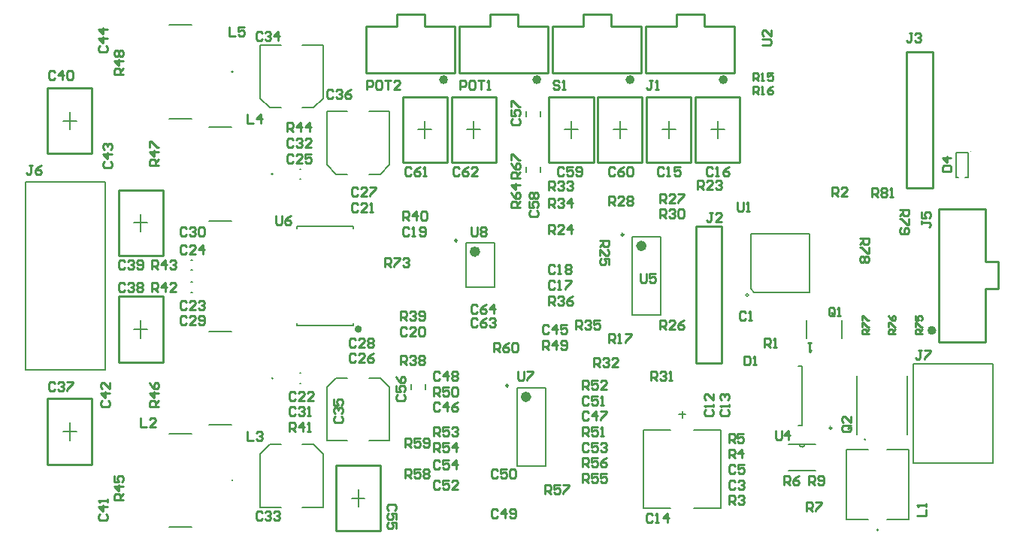
<source format=gto>
G04 Layer_Color=65535*
%FSLAX25Y25*%
%MOIN*%
G70*
G01*
G75*
%ADD33C,0.02000*%
%ADD35C,0.01000*%
%ADD39C,0.01500*%
%ADD42C,0.00984*%
%ADD62C,0.00600*%
%ADD63C,0.02362*%
%ADD64C,0.00394*%
%ADD65C,0.00800*%
%ADD66C,0.00787*%
%ADD67C,0.00669*%
D33*
X403054Y94025D02*
G03*
X403054Y94025I-1000J0D01*
G01*
X269180Y205204D02*
G03*
X269180Y205204I-1000J0D01*
G01*
X186502D02*
G03*
X186502Y205204I-1000J0D01*
G01*
X227841D02*
G03*
X227841Y205204I-1000J0D01*
G01*
X310518D02*
G03*
X310518Y205204I-1000J0D01*
G01*
D35*
X188976Y197638D02*
X208661D01*
X188976Y168504D02*
X208661D01*
X188976D02*
Y197638D01*
X208661Y168504D02*
Y197638D01*
X167323D02*
X187008D01*
X167323Y168504D02*
X187008D01*
X167323D02*
Y197638D01*
X187008Y168504D02*
Y197638D01*
X253937Y168504D02*
X273622D01*
X253937Y197638D02*
X273622D01*
Y168504D02*
Y197638D01*
X253937Y168504D02*
Y197638D01*
X232283D02*
X251969D01*
X232283Y168504D02*
X251969D01*
X232283D02*
Y197638D01*
X251969Y168504D02*
Y197638D01*
X137795Y34252D02*
X157480D01*
X137795Y5118D02*
X157480D01*
X137795D02*
Y34252D01*
X157480Y5118D02*
Y34252D01*
X9843Y201575D02*
X29528D01*
X9843Y172441D02*
X29528D01*
X9843D02*
Y201575D01*
X29528Y172441D02*
Y201575D01*
X41339Y156299D02*
X61024D01*
X41339Y127165D02*
X61024D01*
X41339D02*
Y156299D01*
X61024Y127165D02*
Y156299D01*
X41339Y109055D02*
X61024D01*
X41339Y79921D02*
X61024D01*
X41339D02*
Y109055D01*
X61024Y79921D02*
Y109055D01*
X9843Y63779D02*
X29528D01*
X9843Y34646D02*
X29528D01*
X9843D02*
Y63779D01*
X29528Y34646D02*
Y63779D01*
X297244Y168504D02*
X316929D01*
X297244Y197638D02*
X316929D01*
Y168504D02*
Y197638D01*
X297244Y168504D02*
Y197638D01*
X275590Y168504D02*
X295276D01*
X275590Y197638D02*
X295276D01*
Y168504D02*
Y197638D01*
X275590Y168504D02*
Y197638D01*
X402461Y157185D02*
Y217618D01*
X390846Y157185D02*
X402461D01*
X390846D02*
Y217618D01*
Y217657D02*
X402461D01*
X297342Y79626D02*
Y140059D01*
X308957D01*
Y79626D02*
Y140059D01*
X297342Y79587D02*
X308957D01*
X431354Y112425D02*
Y124425D01*
X405054Y147925D02*
X425854D01*
X405054Y88925D02*
X425854D01*
X405054D02*
Y147925D01*
X425854Y88925D02*
Y112425D01*
X431354D01*
X425854Y124425D02*
Y147925D01*
Y124425D02*
X431354D01*
Y112425D02*
Y124425D01*
X273280Y208204D02*
Y229004D01*
X233780Y208204D02*
X273280D01*
X247579Y234304D02*
X259580D01*
X247580D02*
X259680D01*
Y229004D02*
Y234304D01*
X259780Y229004D02*
X273280D01*
X233780Y208204D02*
Y229004D01*
X247580D02*
Y234304D01*
X233780Y229004D02*
X247580D01*
X190603Y208204D02*
Y229004D01*
X151102Y208204D02*
X190603D01*
X164902Y234304D02*
X176902D01*
X164902D02*
X177002D01*
Y229004D02*
Y234304D01*
X177102Y229004D02*
X190603D01*
X151102Y208204D02*
Y229004D01*
X164902D02*
Y234304D01*
X151102Y229004D02*
X164902D01*
X231941Y208204D02*
Y229004D01*
X192441Y208204D02*
X231941D01*
X206241Y234304D02*
X218241D01*
X206241D02*
X218341D01*
Y229004D02*
Y234304D01*
X218441Y229004D02*
X231941D01*
X192441Y208204D02*
Y229004D01*
X206241D02*
Y234304D01*
X192441Y229004D02*
X206241D01*
X314618Y208204D02*
Y229004D01*
X275118Y208204D02*
X314618D01*
X288918Y234304D02*
X300918D01*
X288918D02*
X301018D01*
Y229004D02*
Y234304D01*
X301118Y229004D02*
X314618D01*
X275118Y208204D02*
Y229004D01*
X288918D02*
Y234304D01*
X275118Y229004D02*
X288918D01*
X319553Y101705D02*
X318897Y102361D01*
X317585D01*
X316929Y101705D01*
Y99081D01*
X317585Y98425D01*
X318897D01*
X319553Y99081D01*
X320865Y98425D02*
X322177D01*
X321521D01*
Y102361D01*
X320865Y101705D01*
X314674Y26954D02*
X314007Y27621D01*
X312674D01*
X312008Y26954D01*
Y24288D01*
X312674Y23622D01*
X314007D01*
X314674Y24288D01*
X316007Y26954D02*
X316673Y27621D01*
X318006D01*
X318672Y26954D01*
Y26288D01*
X318006Y25621D01*
X317339D01*
X318006D01*
X318672Y24955D01*
Y24288D01*
X318006Y23622D01*
X316673D01*
X316007Y24288D01*
X314674Y33844D02*
X314007Y34510D01*
X312674D01*
X312008Y33844D01*
Y31178D01*
X312674Y30512D01*
X314007D01*
X314674Y31178D01*
X318672Y34510D02*
X316007D01*
Y32511D01*
X317339Y33178D01*
X318006D01*
X318672Y32511D01*
Y31178D01*
X318006Y30512D01*
X316673D01*
X316007Y31178D01*
X301838Y58726D02*
X301182Y58070D01*
Y56758D01*
X301838Y56102D01*
X304462D01*
X305118Y56758D01*
Y58070D01*
X304462Y58726D01*
X305118Y60038D02*
Y61350D01*
Y60694D01*
X301182D01*
X301838Y60038D01*
X305118Y65942D02*
Y63318D01*
X302494Y65942D01*
X301838D01*
X301182Y65286D01*
Y63974D01*
X301838Y63318D01*
X308728Y58726D02*
X308072Y58070D01*
Y56758D01*
X308728Y56102D01*
X311352D01*
X312008Y56758D01*
Y58070D01*
X311352Y58726D01*
X312008Y60038D02*
Y61350D01*
Y60694D01*
X308072D01*
X308728Y60038D01*
Y63318D02*
X308072Y63974D01*
Y65286D01*
X308728Y65942D01*
X309384D01*
X310040Y65286D01*
Y64630D01*
Y65286D01*
X310696Y65942D01*
X311352D01*
X312008Y65286D01*
Y63974D01*
X311352Y63318D01*
X278214Y12138D02*
X277558Y12794D01*
X276247D01*
X275590Y12138D01*
Y9514D01*
X276247Y8858D01*
X277558D01*
X278214Y9514D01*
X279526Y8858D02*
X280838D01*
X280182D01*
Y12794D01*
X279526Y12138D01*
X284774Y8858D02*
Y12794D01*
X282806Y10826D01*
X285430D01*
X283178Y165734D02*
X282511Y166400D01*
X281178D01*
X280512Y165734D01*
Y163068D01*
X281178Y162402D01*
X282511D01*
X283178Y163068D01*
X284510Y162402D02*
X285843D01*
X285177D01*
Y166400D01*
X284510Y165734D01*
X290509Y166400D02*
X287843D01*
Y164401D01*
X289176Y165067D01*
X289842D01*
X290509Y164401D01*
Y163068D01*
X289842Y162402D01*
X288509D01*
X287843Y163068D01*
X304831Y165734D02*
X304165Y166400D01*
X302832D01*
X302165Y165734D01*
Y163068D01*
X302832Y162402D01*
X304165D01*
X304831Y163068D01*
X306164Y162402D02*
X307497D01*
X306831D01*
Y166400D01*
X306164Y165734D01*
X312162Y166400D02*
X310829Y165734D01*
X309496Y164401D01*
Y163068D01*
X310163Y162402D01*
X311496D01*
X312162Y163068D01*
Y163734D01*
X311496Y164401D01*
X309496D01*
X234949Y115537D02*
X234283Y116203D01*
X232950D01*
X232283Y115537D01*
Y112871D01*
X232950Y112205D01*
X234283D01*
X234949Y112871D01*
X236282Y112205D02*
X237615D01*
X236949D01*
Y116203D01*
X236282Y115537D01*
X239614Y116203D02*
X242280D01*
Y115537D01*
X239614Y112871D01*
Y112205D01*
X234902Y122427D02*
X234236Y123093D01*
X232903D01*
X232236Y122427D01*
Y119761D01*
X232903Y119095D01*
X234236D01*
X234902Y119761D01*
X236235Y119095D02*
X237568D01*
X236901D01*
Y123093D01*
X236235Y122427D01*
X239567D02*
X240234Y123093D01*
X241566D01*
X242233Y122427D01*
Y121760D01*
X241566Y121094D01*
X242233Y120427D01*
Y119761D01*
X241566Y119095D01*
X240234D01*
X239567Y119761D01*
Y120427D01*
X240234Y121094D01*
X239567Y121760D01*
Y122427D01*
X240234Y121094D02*
X241566D01*
X169989Y139159D02*
X169322Y139825D01*
X167989D01*
X167323Y139159D01*
Y136493D01*
X167989Y135827D01*
X169322D01*
X169989Y136493D01*
X171321Y135827D02*
X172654D01*
X171988D01*
Y139825D01*
X171321Y139159D01*
X174654Y136493D02*
X175320Y135827D01*
X176653D01*
X177320Y136493D01*
Y139159D01*
X176653Y139825D01*
X175320D01*
X174654Y139159D01*
Y138493D01*
X175320Y137826D01*
X177320D01*
X169004Y94868D02*
X168338Y95534D01*
X167005D01*
X166339Y94868D01*
Y92202D01*
X167005Y91535D01*
X168338D01*
X169004Y92202D01*
X173003Y91535D02*
X170337D01*
X173003Y94201D01*
Y94868D01*
X172337Y95534D01*
X171004D01*
X170337Y94868D01*
X174336D02*
X175002Y95534D01*
X176335D01*
X177002Y94868D01*
Y92202D01*
X176335Y91535D01*
X175002D01*
X174336Y92202D01*
Y94868D01*
X147351Y149986D02*
X146684Y150652D01*
X145352D01*
X144685Y149986D01*
Y147320D01*
X145352Y146653D01*
X146684D01*
X147351Y147320D01*
X151349Y146653D02*
X148684D01*
X151349Y149319D01*
Y149986D01*
X150683Y150652D01*
X149350D01*
X148684Y149986D01*
X152682Y146653D02*
X154015D01*
X153349D01*
Y150652D01*
X152682Y149986D01*
X119792Y66324D02*
X119125Y66991D01*
X117792D01*
X117126Y66324D01*
Y63659D01*
X117792Y62992D01*
X119125D01*
X119792Y63659D01*
X123791Y62992D02*
X121125D01*
X123791Y65658D01*
Y66324D01*
X123124Y66991D01*
X121791D01*
X121125Y66324D01*
X127789Y62992D02*
X125123D01*
X127789Y65658D01*
Y66324D01*
X127123Y66991D01*
X125790D01*
X125123Y66324D01*
X71563Y106679D02*
X70897Y107345D01*
X69564D01*
X68898Y106679D01*
Y104013D01*
X69564Y103347D01*
X70897D01*
X71563Y104013D01*
X75562Y103347D02*
X72896D01*
X75562Y106012D01*
Y106679D01*
X74896Y107345D01*
X73563D01*
X72896Y106679D01*
X76895D02*
X77561Y107345D01*
X78894D01*
X79561Y106679D01*
Y106012D01*
X78894Y105346D01*
X78228D01*
X78894D01*
X79561Y104679D01*
Y104013D01*
X78894Y103347D01*
X77561D01*
X76895Y104013D01*
X71563Y131285D02*
X70897Y131951D01*
X69564D01*
X68898Y131285D01*
Y128619D01*
X69564Y127953D01*
X70897D01*
X71563Y128619D01*
X75562Y127953D02*
X72896D01*
X75562Y130619D01*
Y131285D01*
X74896Y131951D01*
X73563D01*
X72896Y131285D01*
X78894Y127953D02*
Y131951D01*
X76895Y129952D01*
X79561D01*
X118807Y171639D02*
X118141Y172306D01*
X116808D01*
X116142Y171639D01*
Y168974D01*
X116808Y168307D01*
X118141D01*
X118807Y168974D01*
X122806Y168307D02*
X120140D01*
X122806Y170973D01*
Y171639D01*
X122140Y172306D01*
X120807D01*
X120140Y171639D01*
X126805Y172306D02*
X124139D01*
Y170306D01*
X125472Y170973D01*
X126138D01*
X126805Y170306D01*
Y168974D01*
X126138Y168307D01*
X124806D01*
X124139Y168974D01*
X146367Y83057D02*
X145700Y83723D01*
X144367D01*
X143701Y83057D01*
Y80391D01*
X144367Y79724D01*
X145700D01*
X146367Y80391D01*
X150365Y79724D02*
X147699D01*
X150365Y82390D01*
Y83057D01*
X149699Y83723D01*
X148366D01*
X147699Y83057D01*
X154364Y83723D02*
X153031Y83057D01*
X151698Y81724D01*
Y80391D01*
X152365Y79724D01*
X153698D01*
X154364Y80391D01*
Y81057D01*
X153698Y81724D01*
X151698D01*
X147351Y156876D02*
X146684Y157542D01*
X145352D01*
X144685Y156876D01*
Y154210D01*
X145352Y153543D01*
X146684D01*
X147351Y154210D01*
X151349Y153543D02*
X148684D01*
X151349Y156209D01*
Y156876D01*
X150683Y157542D01*
X149350D01*
X148684Y156876D01*
X152682Y157542D02*
X155348D01*
Y156876D01*
X152682Y154210D01*
Y153543D01*
X146367Y89946D02*
X145700Y90613D01*
X144367D01*
X143701Y89946D01*
Y87281D01*
X144367Y86614D01*
X145700D01*
X146367Y87281D01*
X150365Y86614D02*
X147699D01*
X150365Y89280D01*
Y89946D01*
X149699Y90613D01*
X148366D01*
X147699Y89946D01*
X151698D02*
X152365Y90613D01*
X153698D01*
X154364Y89946D01*
Y89280D01*
X153698Y88613D01*
X154364Y87947D01*
Y87281D01*
X153698Y86614D01*
X152365D01*
X151698Y87281D01*
Y87947D01*
X152365Y88613D01*
X151698Y89280D01*
Y89946D01*
X152365Y88613D02*
X153698D01*
X71563Y99789D02*
X70897Y100455D01*
X69564D01*
X68898Y99789D01*
Y97123D01*
X69564Y96457D01*
X70897D01*
X71563Y97123D01*
X75562Y96457D02*
X72896D01*
X75562Y99123D01*
Y99789D01*
X74896Y100455D01*
X73563D01*
X72896Y99789D01*
X76895Y97123D02*
X77561Y96457D01*
X78894D01*
X79561Y97123D01*
Y99789D01*
X78894Y100455D01*
X77561D01*
X76895Y99789D01*
Y99123D01*
X77561Y98456D01*
X79561D01*
X71563Y139159D02*
X70897Y139825D01*
X69564D01*
X68898Y139159D01*
Y136493D01*
X69564Y135827D01*
X70897D01*
X71563Y136493D01*
X72896Y139159D02*
X73563Y139825D01*
X74896D01*
X75562Y139159D01*
Y138493D01*
X74896Y137826D01*
X74229D01*
X74896D01*
X75562Y137160D01*
Y136493D01*
X74896Y135827D01*
X73563D01*
X72896Y136493D01*
X76895Y139159D02*
X77561Y139825D01*
X78894D01*
X79561Y139159D01*
Y136493D01*
X78894Y135827D01*
X77561D01*
X76895Y136493D01*
Y139159D01*
X119792Y59435D02*
X119125Y60101D01*
X117792D01*
X117126Y59435D01*
Y56769D01*
X117792Y56102D01*
X119125D01*
X119792Y56769D01*
X121125Y59435D02*
X121791Y60101D01*
X123124D01*
X123791Y59435D01*
Y58768D01*
X123124Y58102D01*
X122458D01*
X123124D01*
X123791Y57435D01*
Y56769D01*
X123124Y56102D01*
X121791D01*
X121125Y56769D01*
X125123Y56102D02*
X126456D01*
X125790D01*
Y60101D01*
X125123Y59435D01*
X118807Y178529D02*
X118141Y179196D01*
X116808D01*
X116142Y178529D01*
Y175863D01*
X116808Y175197D01*
X118141D01*
X118807Y175863D01*
X120140Y178529D02*
X120807Y179196D01*
X122140D01*
X122806Y178529D01*
Y177863D01*
X122140Y177196D01*
X121473D01*
X122140D01*
X122806Y176530D01*
Y175863D01*
X122140Y175197D01*
X120807D01*
X120140Y175863D01*
X126805Y175197D02*
X124139D01*
X126805Y177863D01*
Y178529D01*
X126138Y179196D01*
X124806D01*
X124139Y178529D01*
X104986Y13122D02*
X104330Y13778D01*
X103018D01*
X102362Y13122D01*
Y10498D01*
X103018Y9843D01*
X104330D01*
X104986Y10498D01*
X106298Y13122D02*
X106954Y13778D01*
X108266D01*
X108922Y13122D01*
Y12466D01*
X108266Y11810D01*
X107610D01*
X108266D01*
X108922Y11154D01*
Y10498D01*
X108266Y9843D01*
X106954D01*
X106298Y10498D01*
X110234Y13122D02*
X110890Y13778D01*
X112201D01*
X112857Y13122D01*
Y12466D01*
X112201Y11810D01*
X111546D01*
X112201D01*
X112857Y11154D01*
Y10498D01*
X112201Y9843D01*
X110890D01*
X110234Y10498D01*
X104986Y225721D02*
X104330Y226377D01*
X103018D01*
X102362Y225721D01*
Y223097D01*
X103018Y222441D01*
X104330D01*
X104986Y223097D01*
X106298Y225721D02*
X106954Y226377D01*
X108266D01*
X108922Y225721D01*
Y225065D01*
X108266Y224409D01*
X107610D01*
X108266D01*
X108922Y223753D01*
Y223097D01*
X108266Y222441D01*
X106954D01*
X106298Y223097D01*
X112201Y222441D02*
Y226377D01*
X110234Y224409D01*
X112857D01*
X137468Y55773D02*
X136812Y55117D01*
Y53806D01*
X137468Y53150D01*
X140092D01*
X140748Y53806D01*
Y55117D01*
X140092Y55773D01*
X137468Y57085D02*
X136812Y57741D01*
Y59053D01*
X137468Y59709D01*
X138124D01*
X138780Y59053D01*
Y58397D01*
Y59053D01*
X139436Y59709D01*
X140092D01*
X140748Y59053D01*
Y57741D01*
X140092Y57085D01*
X136812Y63645D02*
Y61021D01*
X138780D01*
X138124Y62333D01*
Y62989D01*
X138780Y63645D01*
X140092D01*
X140748Y62989D01*
Y61677D01*
X140092Y61021D01*
X136482Y200130D02*
X135826Y200786D01*
X134514D01*
X133858Y200130D01*
Y197506D01*
X134514Y196850D01*
X135826D01*
X136482Y197506D01*
X137794Y200130D02*
X138450Y200786D01*
X139762D01*
X140418Y200130D01*
Y199474D01*
X139762Y198818D01*
X139106D01*
X139762D01*
X140418Y198162D01*
Y197506D01*
X139762Y196850D01*
X138450D01*
X137794Y197506D01*
X144354Y200786D02*
X143042Y200130D01*
X141730Y198818D01*
Y197506D01*
X142386Y196850D01*
X143698D01*
X144354Y197506D01*
Y198162D01*
X143698Y198818D01*
X141730D01*
X12992Y70601D02*
X12325Y71267D01*
X10992D01*
X10326Y70601D01*
Y67935D01*
X10992Y67269D01*
X12325D01*
X12992Y67935D01*
X14325Y70601D02*
X14991Y71267D01*
X16324D01*
X16991Y70601D01*
Y69934D01*
X16324Y69268D01*
X15658D01*
X16324D01*
X16991Y68601D01*
Y67935D01*
X16324Y67269D01*
X14991D01*
X14325Y67935D01*
X18323Y71267D02*
X20989D01*
Y70601D01*
X18323Y67935D01*
Y67269D01*
X44004Y114553D02*
X43338Y115219D01*
X42005D01*
X41339Y114553D01*
Y111887D01*
X42005Y111221D01*
X43338D01*
X44004Y111887D01*
X45337Y114553D02*
X46004Y115219D01*
X47337D01*
X48003Y114553D01*
Y113886D01*
X47337Y113220D01*
X46670D01*
X47337D01*
X48003Y112553D01*
Y111887D01*
X47337Y111221D01*
X46004D01*
X45337Y111887D01*
X49336Y114553D02*
X50002Y115219D01*
X51335D01*
X52002Y114553D01*
Y113886D01*
X51335Y113220D01*
X52002Y112553D01*
Y111887D01*
X51335Y111221D01*
X50002D01*
X49336Y111887D01*
Y112553D01*
X50002Y113220D01*
X49336Y113886D01*
Y114553D01*
X50002Y113220D02*
X51335D01*
X44004Y124395D02*
X43338Y125062D01*
X42005D01*
X41339Y124395D01*
Y121729D01*
X42005Y121063D01*
X43338D01*
X44004Y121729D01*
X45337Y124395D02*
X46004Y125062D01*
X47337D01*
X48003Y124395D01*
Y123729D01*
X47337Y123062D01*
X46670D01*
X47337D01*
X48003Y122396D01*
Y121729D01*
X47337Y121063D01*
X46004D01*
X45337Y121729D01*
X49336D02*
X50002Y121063D01*
X51335D01*
X52002Y121729D01*
Y124395D01*
X51335Y125062D01*
X50002D01*
X49336Y124395D01*
Y123729D01*
X50002Y123062D01*
X52002D01*
X12992Y208364D02*
X12325Y209030D01*
X10992D01*
X10326Y208364D01*
Y205698D01*
X10992Y205031D01*
X12325D01*
X12992Y205698D01*
X16324Y205031D02*
Y209030D01*
X14325Y207031D01*
X16991D01*
X18323Y208364D02*
X18990Y209030D01*
X20323D01*
X20989Y208364D01*
Y205698D01*
X20323Y205031D01*
X18990D01*
X18323Y205698D01*
Y208364D01*
X33085Y12508D02*
X32419Y11842D01*
Y10509D01*
X33085Y9843D01*
X35751D01*
X36417Y10509D01*
Y11842D01*
X35751Y12508D01*
X36417Y15841D02*
X32419D01*
X34418Y13841D01*
Y16507D01*
X36417Y17840D02*
Y19173D01*
Y18506D01*
X32419D01*
X33085Y17840D01*
X34069Y62705D02*
X33403Y62039D01*
Y60706D01*
X34069Y60039D01*
X36735D01*
X37402Y60706D01*
Y62039D01*
X36735Y62705D01*
X37402Y66037D02*
X33403D01*
X35402Y64038D01*
Y66704D01*
X37402Y70703D02*
Y68037D01*
X34736Y70703D01*
X34069D01*
X33403Y70036D01*
Y68703D01*
X34069Y68037D01*
X35054Y169004D02*
X34387Y168338D01*
Y167005D01*
X35054Y166339D01*
X37719D01*
X38386Y167005D01*
Y168338D01*
X37719Y169004D01*
X38386Y172337D02*
X34387D01*
X36386Y170337D01*
Y173003D01*
X35054Y174336D02*
X34387Y175002D01*
Y176335D01*
X35054Y177002D01*
X35720D01*
X36386Y176335D01*
Y175669D01*
Y176335D01*
X37053Y177002D01*
X37719D01*
X38386Y176335D01*
Y175002D01*
X37719Y174336D01*
X33085Y220185D02*
X32419Y219519D01*
Y218186D01*
X33085Y217520D01*
X35751D01*
X36417Y218186D01*
Y219519D01*
X35751Y220185D01*
X36417Y223518D02*
X32419D01*
X34418Y221518D01*
Y224184D01*
X36417Y227517D02*
X32419D01*
X34418Y225517D01*
Y228183D01*
X231996Y95852D02*
X231330Y96518D01*
X229997D01*
X229331Y95852D01*
Y93186D01*
X229997Y92520D01*
X231330D01*
X231996Y93186D01*
X235329Y92520D02*
Y96518D01*
X233329Y94519D01*
X235995D01*
X239994Y96518D02*
X237328D01*
Y94519D01*
X238661Y95186D01*
X239328D01*
X239994Y94519D01*
Y93186D01*
X239328Y92520D01*
X237995D01*
X237328Y93186D01*
X183768Y61403D02*
X183102Y62070D01*
X181769D01*
X181102Y61403D01*
Y58737D01*
X181769Y58071D01*
X183102D01*
X183768Y58737D01*
X187100Y58071D02*
Y62070D01*
X185101Y60070D01*
X187767D01*
X191766Y62070D02*
X190433Y61403D01*
X189100Y60070D01*
Y58737D01*
X189766Y58071D01*
X191099D01*
X191766Y58737D01*
Y59404D01*
X191099Y60070D01*
X189100D01*
X249713Y57466D02*
X249047Y58133D01*
X247714D01*
X247047Y57466D01*
Y54800D01*
X247714Y54134D01*
X249047D01*
X249713Y54800D01*
X253045Y54134D02*
Y58133D01*
X251046Y56133D01*
X253712D01*
X255045Y58133D02*
X257711D01*
Y57466D01*
X255045Y54800D01*
Y54134D01*
X183768Y75183D02*
X183102Y75849D01*
X181769D01*
X181102Y75183D01*
Y72517D01*
X181769Y71850D01*
X183102D01*
X183768Y72517D01*
X187100Y71850D02*
Y75849D01*
X185101Y73850D01*
X187767D01*
X189100Y75183D02*
X189766Y75849D01*
X191099D01*
X191766Y75183D01*
Y74516D01*
X191099Y73850D01*
X191766Y73183D01*
Y72517D01*
X191099Y71850D01*
X189766D01*
X189100Y72517D01*
Y73183D01*
X189766Y73850D01*
X189100Y74516D01*
Y75183D01*
X189766Y73850D02*
X191099D01*
X209359Y14159D02*
X208692Y14826D01*
X207359D01*
X206693Y14159D01*
Y11493D01*
X207359Y10827D01*
X208692D01*
X209359Y11493D01*
X212691Y10827D02*
Y14826D01*
X210692Y12826D01*
X213357D01*
X214690Y11493D02*
X215357Y10827D01*
X216690D01*
X217356Y11493D01*
Y14159D01*
X216690Y14826D01*
X215357D01*
X214690Y14159D01*
Y13493D01*
X215357Y12826D01*
X217356D01*
X209359Y31876D02*
X208692Y32542D01*
X207359D01*
X206693Y31876D01*
Y29210D01*
X207359Y28543D01*
X208692D01*
X209359Y29210D01*
X213357Y32542D02*
X210692D01*
Y30543D01*
X212024Y31209D01*
X212691D01*
X213357Y30543D01*
Y29210D01*
X212691Y28543D01*
X211358D01*
X210692Y29210D01*
X214690Y31876D02*
X215357Y32542D01*
X216690D01*
X217356Y31876D01*
Y29210D01*
X216690Y28543D01*
X215357D01*
X214690Y29210D01*
Y31876D01*
X249713Y64356D02*
X249047Y65022D01*
X247714D01*
X247047Y64356D01*
Y61690D01*
X247714Y61024D01*
X249047D01*
X249713Y61690D01*
X253712Y65022D02*
X251046D01*
Y63023D01*
X252379Y63689D01*
X253045D01*
X253712Y63023D01*
Y61690D01*
X253045Y61024D01*
X251712D01*
X251046Y61690D01*
X255045Y61024D02*
X256378D01*
X255711D01*
Y65022D01*
X255045Y64356D01*
X183768Y26954D02*
X183102Y27621D01*
X181769D01*
X181102Y26954D01*
Y24288D01*
X181769Y23622D01*
X183102D01*
X183768Y24288D01*
X187767Y27621D02*
X185101D01*
Y25621D01*
X186434Y26288D01*
X187100D01*
X187767Y25621D01*
Y24288D01*
X187100Y23622D01*
X185767D01*
X185101Y24288D01*
X191766Y23622D02*
X189100D01*
X191766Y26288D01*
Y26954D01*
X191099Y27621D01*
X189766D01*
X189100Y26954D01*
X249713Y43687D02*
X249047Y44353D01*
X247714D01*
X247047Y43687D01*
Y41021D01*
X247714Y40354D01*
X249047D01*
X249713Y41021D01*
X253712Y44353D02*
X251046D01*
Y42354D01*
X252379Y43020D01*
X253045D01*
X253712Y42354D01*
Y41021D01*
X253045Y40354D01*
X251712D01*
X251046Y41021D01*
X255045Y43687D02*
X255711Y44353D01*
X257044D01*
X257711Y43687D01*
Y43020D01*
X257044Y42354D01*
X256378D01*
X257044D01*
X257711Y41687D01*
Y41021D01*
X257044Y40354D01*
X255711D01*
X255045Y41021D01*
X183768Y35813D02*
X183102Y36479D01*
X181769D01*
X181102Y35813D01*
Y33147D01*
X181769Y32480D01*
X183102D01*
X183768Y33147D01*
X187767Y36479D02*
X185101D01*
Y34480D01*
X186434Y35146D01*
X187100D01*
X187767Y34480D01*
Y33147D01*
X187100Y32480D01*
X185767D01*
X185101Y33147D01*
X191099Y32480D02*
Y36479D01*
X189100Y34480D01*
X191766D01*
X163765Y14066D02*
X164432Y14733D01*
Y16066D01*
X163765Y16732D01*
X161100D01*
X160433Y16066D01*
Y14733D01*
X161100Y14066D01*
X164432Y10068D02*
Y12734D01*
X162432D01*
X163099Y11401D01*
Y10734D01*
X162432Y10068D01*
X161100D01*
X160433Y10734D01*
Y12067D01*
X161100Y12734D01*
X164432Y6069D02*
Y8735D01*
X162432D01*
X163099Y7402D01*
Y6735D01*
X162432Y6069D01*
X161100D01*
X160433Y6735D01*
Y8068D01*
X161100Y8735D01*
X164975Y65658D02*
X164308Y64991D01*
Y63659D01*
X164975Y62992D01*
X167641D01*
X168307Y63659D01*
Y64991D01*
X167641Y65658D01*
X164308Y69657D02*
Y66991D01*
X166308D01*
X165641Y68324D01*
Y68990D01*
X166308Y69657D01*
X167641D01*
X168307Y68990D01*
Y67657D01*
X167641Y66991D01*
X164308Y73655D02*
X164975Y72322D01*
X166308Y70990D01*
X167641D01*
X168307Y71656D01*
Y72989D01*
X167641Y73655D01*
X166974D01*
X166308Y72989D01*
Y70990D01*
X216156Y187705D02*
X215490Y187039D01*
Y185706D01*
X216156Y185039D01*
X218822D01*
X219488Y185706D01*
Y187039D01*
X218822Y187705D01*
X215490Y191704D02*
Y189038D01*
X217489D01*
X216822Y190371D01*
Y191037D01*
X217489Y191704D01*
X218822D01*
X219488Y191037D01*
Y189705D01*
X218822Y189038D01*
X215490Y193037D02*
Y195703D01*
X216156D01*
X218822Y193037D01*
X219488D01*
X224030Y147351D02*
X223363Y146684D01*
Y145352D01*
X224030Y144685D01*
X226696D01*
X227362Y145352D01*
Y146684D01*
X226696Y147351D01*
X223363Y151349D02*
Y148684D01*
X225363D01*
X224696Y150017D01*
Y150683D01*
X225363Y151349D01*
X226696D01*
X227362Y150683D01*
Y149350D01*
X226696Y148684D01*
X224030Y152682D02*
X223363Y153349D01*
Y154682D01*
X224030Y155348D01*
X224696D01*
X225363Y154682D01*
X226029Y155348D01*
X226696D01*
X227362Y154682D01*
Y153349D01*
X226696Y152682D01*
X226029D01*
X225363Y153349D01*
X224696Y152682D01*
X224030D01*
X225363Y153349D02*
Y154682D01*
X238886Y165734D02*
X238220Y166400D01*
X236887D01*
X236221Y165734D01*
Y163068D01*
X236887Y162402D01*
X238220D01*
X238886Y163068D01*
X242885Y166400D02*
X240219D01*
Y164401D01*
X241552Y165067D01*
X242218D01*
X242885Y164401D01*
Y163068D01*
X242218Y162402D01*
X240886D01*
X240219Y163068D01*
X244218D02*
X244884Y162402D01*
X246217D01*
X246884Y163068D01*
Y165734D01*
X246217Y166400D01*
X244884D01*
X244218Y165734D01*
Y165067D01*
X244884Y164401D01*
X246884D01*
X261524Y165734D02*
X260858Y166400D01*
X259525D01*
X258858Y165734D01*
Y163068D01*
X259525Y162402D01*
X260858D01*
X261524Y163068D01*
X265523Y166400D02*
X264190Y165734D01*
X262857Y164401D01*
Y163068D01*
X263523Y162402D01*
X264856D01*
X265523Y163068D01*
Y163734D01*
X264856Y164401D01*
X262857D01*
X266856Y165734D02*
X267522Y166400D01*
X268855D01*
X269521Y165734D01*
Y163068D01*
X268855Y162402D01*
X267522D01*
X266856Y163068D01*
Y165734D01*
X170973D02*
X170306Y166400D01*
X168974D01*
X168307Y165734D01*
Y163068D01*
X168974Y162402D01*
X170306D01*
X170973Y163068D01*
X174972Y166400D02*
X173639Y165734D01*
X172306Y164401D01*
Y163068D01*
X172972Y162402D01*
X174305D01*
X174972Y163068D01*
Y163734D01*
X174305Y164401D01*
X172306D01*
X176304Y162402D02*
X177637D01*
X176971D01*
Y166400D01*
X176304Y165734D01*
X192626D02*
X191960Y166400D01*
X190627D01*
X189961Y165734D01*
Y163068D01*
X190627Y162402D01*
X191960D01*
X192626Y163068D01*
X196625Y166400D02*
X195292Y165734D01*
X193959Y164401D01*
Y163068D01*
X194626Y162402D01*
X195959D01*
X196625Y163068D01*
Y163734D01*
X195959Y164401D01*
X193959D01*
X200624Y162402D02*
X197958D01*
X200624Y165067D01*
Y165734D01*
X199957Y166400D01*
X198625D01*
X197958Y165734D01*
X200500Y98805D02*
X199834Y99471D01*
X198501D01*
X197835Y98805D01*
Y96139D01*
X198501Y95472D01*
X199834D01*
X200500Y96139D01*
X204499Y99471D02*
X203166Y98805D01*
X201833Y97472D01*
Y96139D01*
X202500Y95472D01*
X203833D01*
X204499Y96139D01*
Y96805D01*
X203833Y97472D01*
X201833D01*
X205832Y98805D02*
X206499Y99471D01*
X207831D01*
X208498Y98805D01*
Y98138D01*
X207831Y97472D01*
X207165D01*
X207831D01*
X208498Y96805D01*
Y96139D01*
X207831Y95472D01*
X206499D01*
X205832Y96139D01*
X200500Y104710D02*
X199834Y105377D01*
X198501D01*
X197835Y104710D01*
Y102044D01*
X198501Y101378D01*
X199834D01*
X200500Y102044D01*
X204499Y105377D02*
X203166Y104710D01*
X201833Y103377D01*
Y102044D01*
X202500Y101378D01*
X203833D01*
X204499Y102044D01*
Y102711D01*
X203833Y103377D01*
X201833D01*
X207831Y101378D02*
Y105377D01*
X205832Y103377D01*
X208498D01*
X318898Y82676D02*
Y78740D01*
X320866D01*
X321521Y79396D01*
Y82020D01*
X320866Y82676D01*
X318898D01*
X322833Y78740D02*
X324145D01*
X323489D01*
Y82676D01*
X322833Y82020D01*
X406694Y164567D02*
X410630D01*
Y166535D01*
X409974Y167191D01*
X407350D01*
X406694Y166535D01*
Y164567D01*
X410630Y170470D02*
X406694D01*
X408662Y168503D01*
Y171126D01*
X278256Y204786D02*
X276923D01*
X277590D01*
Y201454D01*
X276923Y200787D01*
X276257D01*
X275590Y201454D01*
X279589Y200787D02*
X280922D01*
X280256D01*
Y204786D01*
X279589Y204120D01*
X304808Y146045D02*
X303497D01*
X304152D01*
Y142765D01*
X303497Y142109D01*
X302840D01*
X302185Y142765D01*
X308744Y142109D02*
X306120D01*
X308744Y144733D01*
Y145389D01*
X308088Y146045D01*
X306776D01*
X306120Y145389D01*
X393293Y225835D02*
X391981D01*
X392637D01*
Y222555D01*
X391981Y221899D01*
X391325D01*
X390669Y222555D01*
X394605Y225179D02*
X395261Y225835D01*
X396573D01*
X397229Y225179D01*
Y224523D01*
X396573Y223867D01*
X395917D01*
X396573D01*
X397229Y223211D01*
Y222555D01*
X396573Y221899D01*
X395261D01*
X394605Y222555D01*
X397576Y142430D02*
Y141097D01*
Y141763D01*
X400908D01*
X401575Y141097D01*
Y140430D01*
X400908Y139764D01*
X397576Y146428D02*
Y143763D01*
X399575D01*
X398909Y145095D01*
Y145762D01*
X399575Y146428D01*
X400908D01*
X401575Y145762D01*
Y144429D01*
X400908Y143763D01*
X3266Y167230D02*
X1933D01*
X2599D01*
Y163898D01*
X1933Y163232D01*
X1266D01*
X600Y163898D01*
X7265Y167230D02*
X5932Y166564D01*
X4599Y165231D01*
Y163898D01*
X5265Y163232D01*
X6598D01*
X7265Y163898D01*
Y164564D01*
X6598Y165231D01*
X4599D01*
X397548Y85101D02*
X396215D01*
X396881D01*
Y81769D01*
X396215Y81102D01*
X395548D01*
X394882Y81769D01*
X398881Y85101D02*
X401546D01*
Y84435D01*
X398881Y81769D01*
Y81102D01*
X395608Y11811D02*
X399606D01*
Y14477D01*
Y15810D02*
Y17143D01*
Y16476D01*
X395608D01*
X396274Y15810D01*
X51181Y55180D02*
Y51181D01*
X53847D01*
X57846D02*
X55180D01*
X57846Y53847D01*
Y54513D01*
X57179Y55180D01*
X55846D01*
X55180Y54513D01*
X98425Y49274D02*
Y45276D01*
X101091D01*
X102424Y48608D02*
X103090Y49274D01*
X104423D01*
X105090Y48608D01*
Y47941D01*
X104423Y47275D01*
X103757D01*
X104423D01*
X105090Y46608D01*
Y45942D01*
X104423Y45276D01*
X103090D01*
X102424Y45942D01*
X98425Y190022D02*
Y186024D01*
X101091D01*
X104423D02*
Y190022D01*
X102424Y188023D01*
X105090D01*
X90551Y228408D02*
Y224410D01*
X93217D01*
X97216Y228408D02*
X94550D01*
Y226409D01*
X95883Y227075D01*
X96549D01*
X97216Y226409D01*
Y225076D01*
X96549Y224410D01*
X95216D01*
X94550Y225076D01*
X192913Y200787D02*
Y204786D01*
X194913D01*
X195579Y204120D01*
Y202787D01*
X194913Y202120D01*
X192913D01*
X198911Y204786D02*
X197579D01*
X196912Y204120D01*
Y201454D01*
X197579Y200787D01*
X198911D01*
X199578Y201454D01*
Y204120D01*
X198911Y204786D01*
X200911D02*
X203577D01*
X202244D01*
Y200787D01*
X204909D02*
X206242D01*
X205576D01*
Y204786D01*
X204909Y204120D01*
X151575Y200787D02*
Y204786D01*
X153574D01*
X154241Y204120D01*
Y202787D01*
X153574Y202120D01*
X151575D01*
X157573Y204786D02*
X156240D01*
X155573Y204120D01*
Y201454D01*
X156240Y200787D01*
X157573D01*
X158239Y201454D01*
Y204120D01*
X157573Y204786D01*
X159572D02*
X162238D01*
X160905D01*
Y200787D01*
X166237D02*
X163571D01*
X166237Y203453D01*
Y204120D01*
X165570Y204786D01*
X164237D01*
X163571Y204120D01*
X358923Y101050D02*
Y103674D01*
X358267Y104329D01*
X356955D01*
X356299Y103674D01*
Y101050D01*
X356955Y100394D01*
X358267D01*
X357611Y101706D02*
X358923Y100394D01*
X358267D02*
X358923Y101050D01*
X360235Y100394D02*
X361547D01*
X360891D01*
Y104329D01*
X360235Y103674D01*
X365475Y51878D02*
X362809D01*
X362143Y51212D01*
Y49879D01*
X362809Y49213D01*
X365475D01*
X366142Y49879D01*
Y51212D01*
X364809Y50546D02*
X366142Y51878D01*
Y51212D02*
X365475Y51878D01*
X366142Y55877D02*
Y53211D01*
X363476Y55877D01*
X362809D01*
X362143Y55211D01*
Y53878D01*
X362809Y53211D01*
X327756Y86614D02*
Y90550D01*
X329724D01*
X330380Y89894D01*
Y88582D01*
X329724Y87926D01*
X327756D01*
X329068D02*
X330380Y86614D01*
X331692D02*
X333004D01*
X332348D01*
Y90550D01*
X331692Y89894D01*
X357677Y153543D02*
Y157542D01*
X359677D01*
X360343Y156876D01*
Y155543D01*
X359677Y154876D01*
X357677D01*
X359010D02*
X360343Y153543D01*
X364342D02*
X361676D01*
X364342Y156209D01*
Y156876D01*
X363675Y157542D01*
X362342D01*
X361676Y156876D01*
X312008Y16732D02*
Y20731D01*
X314007D01*
X314674Y20064D01*
Y18732D01*
X314007Y18065D01*
X312008D01*
X313341D02*
X314674Y16732D01*
X316007Y20064D02*
X316673Y20731D01*
X318006D01*
X318672Y20064D01*
Y19398D01*
X318006Y18732D01*
X317339D01*
X318006D01*
X318672Y18065D01*
Y17399D01*
X318006Y16732D01*
X316673D01*
X316007Y17399D01*
X312008Y37402D02*
Y41337D01*
X313976D01*
X314632Y40681D01*
Y39369D01*
X313976Y38713D01*
X312008D01*
X313320D02*
X314632Y37402D01*
X317912D02*
Y41337D01*
X315944Y39369D01*
X318567D01*
X312008Y44291D02*
Y48227D01*
X313976D01*
X314632Y47571D01*
Y46259D01*
X313976Y45603D01*
X312008D01*
X313320D02*
X314632Y44291D01*
X318567Y48227D02*
X315944D01*
Y46259D01*
X317255Y46915D01*
X317912D01*
X318567Y46259D01*
Y44947D01*
X317912Y44291D01*
X316600D01*
X315944Y44947D01*
X336614Y25591D02*
Y29589D01*
X338614D01*
X339280Y28923D01*
Y27590D01*
X338614Y26923D01*
X336614D01*
X337947D02*
X339280Y25591D01*
X343279Y29589D02*
X341946Y28923D01*
X340613Y27590D01*
Y26257D01*
X341279Y25591D01*
X342612D01*
X343279Y26257D01*
Y26923D01*
X342612Y27590D01*
X340613D01*
X346457Y13780D02*
Y17778D01*
X348456D01*
X349123Y17112D01*
Y15779D01*
X348456Y15112D01*
X346457D01*
X347790D02*
X349123Y13780D01*
X350455Y17778D02*
X353121D01*
Y17112D01*
X350455Y14446D01*
Y13780D01*
X347441Y25591D02*
Y29589D01*
X349440D01*
X350107Y28923D01*
Y27590D01*
X349440Y26923D01*
X347441D01*
X348774D02*
X350107Y25591D01*
X351440Y26257D02*
X352106Y25591D01*
X353439D01*
X354105Y26257D01*
Y28923D01*
X353439Y29589D01*
X352106D01*
X351440Y28923D01*
Y28256D01*
X352106Y27590D01*
X354105D01*
X322835Y204724D02*
Y208223D01*
X324584D01*
X325167Y207640D01*
Y206474D01*
X324584Y205891D01*
X322835D01*
X324001D02*
X325167Y204724D01*
X326333D02*
X327500D01*
X326917D01*
Y208223D01*
X326333Y207640D01*
X331582Y208223D02*
X329249D01*
Y206474D01*
X330416Y207057D01*
X330999D01*
X331582Y206474D01*
Y205308D01*
X330999Y204724D01*
X329832D01*
X329249Y205308D01*
X322835Y198819D02*
Y202318D01*
X324584D01*
X325167Y201735D01*
Y200568D01*
X324584Y199985D01*
X322835D01*
X324001D02*
X325167Y198819D01*
X326333D02*
X327500D01*
X326917D01*
Y202318D01*
X326333Y201735D01*
X331582Y202318D02*
X330416Y201735D01*
X329249Y200568D01*
Y199402D01*
X329832Y198819D01*
X330999D01*
X331582Y199402D01*
Y199985D01*
X330999Y200568D01*
X329249D01*
X258858Y88583D02*
Y92581D01*
X260858D01*
X261524Y91915D01*
Y90582D01*
X260858Y89916D01*
X258858D01*
X260191D02*
X261524Y88583D01*
X262857D02*
X264190D01*
X263523D01*
Y92581D01*
X262857Y91915D01*
X266189Y92581D02*
X268855D01*
Y91915D01*
X266189Y89249D01*
Y88583D01*
X298228Y156496D02*
Y160495D01*
X300228D01*
X300894Y159828D01*
Y158495D01*
X300228Y157829D01*
X298228D01*
X299561D02*
X300894Y156496D01*
X304893D02*
X302227D01*
X304893Y159162D01*
Y159828D01*
X304226Y160495D01*
X302893D01*
X302227Y159828D01*
X306226D02*
X306892Y160495D01*
X308225D01*
X308892Y159828D01*
Y159162D01*
X308225Y158495D01*
X307559D01*
X308225D01*
X308892Y157829D01*
Y157162D01*
X308225Y156496D01*
X306892D01*
X306226Y157162D01*
X232283Y136811D02*
Y140810D01*
X234283D01*
X234949Y140143D01*
Y138810D01*
X234283Y138144D01*
X232283D01*
X233616D02*
X234949Y136811D01*
X238948D02*
X236282D01*
X238948Y139477D01*
Y140143D01*
X238281Y140810D01*
X236949D01*
X236282Y140143D01*
X242280Y136811D02*
Y140810D01*
X240281Y138810D01*
X242947D01*
X254921Y133858D02*
X258920D01*
Y131859D01*
X258254Y131193D01*
X256921D01*
X256254Y131859D01*
Y133858D01*
Y132525D02*
X254921Y131193D01*
Y127194D02*
Y129860D01*
X257587Y127194D01*
X258254D01*
X258920Y127860D01*
Y129193D01*
X258254Y129860D01*
X258920Y123195D02*
Y125861D01*
X256921D01*
X257587Y124528D01*
Y123862D01*
X256921Y123195D01*
X255588D01*
X254921Y123862D01*
Y125194D01*
X255588Y125861D01*
X281496Y94488D02*
Y98487D01*
X283495D01*
X284162Y97821D01*
Y96487D01*
X283495Y95821D01*
X281496D01*
X282829D02*
X284162Y94488D01*
X288161D02*
X285495D01*
X288161Y97154D01*
Y97821D01*
X287494Y98487D01*
X286161D01*
X285495Y97821D01*
X292159Y98487D02*
X290826Y97821D01*
X289493Y96487D01*
Y95155D01*
X290160Y94488D01*
X291493D01*
X292159Y95155D01*
Y95821D01*
X291493Y96487D01*
X289493D01*
X281496Y150591D02*
Y154589D01*
X283495D01*
X284162Y153923D01*
Y152590D01*
X283495Y151924D01*
X281496D01*
X282829D02*
X284162Y150591D01*
X288161D02*
X285495D01*
X288161Y153256D01*
Y153923D01*
X287494Y154589D01*
X286161D01*
X285495Y153923D01*
X289493Y154589D02*
X292159D01*
Y153923D01*
X289493Y151257D01*
Y150591D01*
X258858Y149606D02*
Y153605D01*
X260858D01*
X261524Y152939D01*
Y151606D01*
X260858Y150939D01*
X258858D01*
X260191D02*
X261524Y149606D01*
X265523D02*
X262857D01*
X265523Y152272D01*
Y152939D01*
X264856Y153605D01*
X263523D01*
X262857Y152939D01*
X266856D02*
X267522Y153605D01*
X268855D01*
X269521Y152939D01*
Y152272D01*
X268855Y151606D01*
X269521Y150939D01*
Y150273D01*
X268855Y149606D01*
X267522D01*
X266856Y150273D01*
Y150939D01*
X267522Y151606D01*
X266856Y152272D01*
Y152939D01*
X267522Y151606D02*
X268855D01*
X281496Y143701D02*
Y147699D01*
X283495D01*
X284162Y147033D01*
Y145700D01*
X283495Y145034D01*
X281496D01*
X282829D02*
X284162Y143701D01*
X285495Y147033D02*
X286161Y147699D01*
X287494D01*
X288161Y147033D01*
Y146367D01*
X287494Y145700D01*
X286828D01*
X287494D01*
X288161Y145034D01*
Y144367D01*
X287494Y143701D01*
X286161D01*
X285495Y144367D01*
X289493Y147033D02*
X290160Y147699D01*
X291493D01*
X292159Y147033D01*
Y144367D01*
X291493Y143701D01*
X290160D01*
X289493Y144367D01*
Y147033D01*
X277559Y71850D02*
Y75849D01*
X279558D01*
X280225Y75183D01*
Y73850D01*
X279558Y73183D01*
X277559D01*
X278892D02*
X280225Y71850D01*
X281558Y75183D02*
X282224Y75849D01*
X283557D01*
X284224Y75183D01*
Y74516D01*
X283557Y73850D01*
X282891D01*
X283557D01*
X284224Y73183D01*
Y72517D01*
X283557Y71850D01*
X282224D01*
X281558Y72517D01*
X285557Y71850D02*
X286889D01*
X286223D01*
Y75849D01*
X285557Y75183D01*
X251969Y77756D02*
Y81755D01*
X253968D01*
X254634Y81088D01*
Y79755D01*
X253968Y79089D01*
X251969D01*
X253301D02*
X254634Y77756D01*
X255967Y81088D02*
X256634Y81755D01*
X257967D01*
X258633Y81088D01*
Y80422D01*
X257967Y79755D01*
X257300D01*
X257967D01*
X258633Y79089D01*
Y78422D01*
X257967Y77756D01*
X256634D01*
X255967Y78422D01*
X262632Y77756D02*
X259966D01*
X262632Y80422D01*
Y81088D01*
X261965Y81755D01*
X260632D01*
X259966Y81088D01*
X232236Y156267D02*
Y160266D01*
X234236D01*
X234902Y159600D01*
Y158267D01*
X234236Y157600D01*
X232236D01*
X233569D02*
X234902Y156267D01*
X236235Y159600D02*
X236901Y160266D01*
X238234D01*
X238901Y159600D01*
Y158933D01*
X238234Y158267D01*
X237568D01*
X238234D01*
X238901Y157600D01*
Y156934D01*
X238234Y156267D01*
X236901D01*
X236235Y156934D01*
X240234Y159600D02*
X240900Y160266D01*
X242233D01*
X242899Y159600D01*
Y158933D01*
X242233Y158267D01*
X241566D01*
X242233D01*
X242899Y157600D01*
Y156934D01*
X242233Y156267D01*
X240900D01*
X240234Y156934D01*
X232283Y148622D02*
Y152621D01*
X234283D01*
X234949Y151954D01*
Y150621D01*
X234283Y149955D01*
X232283D01*
X233616D02*
X234949Y148622D01*
X236282Y151954D02*
X236949Y152621D01*
X238281D01*
X238948Y151954D01*
Y151288D01*
X238281Y150621D01*
X237615D01*
X238281D01*
X238948Y149955D01*
Y149288D01*
X238281Y148622D01*
X236949D01*
X236282Y149288D01*
X242280Y148622D02*
Y152621D01*
X240281Y150621D01*
X242947D01*
X244094Y94488D02*
Y98487D01*
X246094D01*
X246760Y97821D01*
Y96487D01*
X246094Y95821D01*
X244094D01*
X245427D02*
X246760Y94488D01*
X248093Y97821D02*
X248760Y98487D01*
X250093D01*
X250759Y97821D01*
Y97154D01*
X250093Y96487D01*
X249426D01*
X250093D01*
X250759Y95821D01*
Y95155D01*
X250093Y94488D01*
X248760D01*
X248093Y95155D01*
X254758Y98487D02*
X252092D01*
Y96487D01*
X253425Y97154D01*
X254091D01*
X254758Y96487D01*
Y95155D01*
X254091Y94488D01*
X252758D01*
X252092Y95155D01*
X232283Y105315D02*
Y109314D01*
X234283D01*
X234949Y108647D01*
Y107314D01*
X234283Y106648D01*
X232283D01*
X233616D02*
X234949Y105315D01*
X236282Y108647D02*
X236949Y109314D01*
X238281D01*
X238948Y108647D01*
Y107981D01*
X238281Y107314D01*
X237615D01*
X238281D01*
X238948Y106648D01*
Y105981D01*
X238281Y105315D01*
X236949D01*
X236282Y105981D01*
X242947Y109314D02*
X241614Y108647D01*
X240281Y107314D01*
Y105981D01*
X240947Y105315D01*
X242280D01*
X242947Y105981D01*
Y106648D01*
X242280Y107314D01*
X240281D01*
X166339Y78740D02*
Y82739D01*
X168338D01*
X169004Y82072D01*
Y80739D01*
X168338Y80073D01*
X166339D01*
X167672D02*
X169004Y78740D01*
X170337Y82072D02*
X171004Y82739D01*
X172337D01*
X173003Y82072D01*
Y81406D01*
X172337Y80739D01*
X171670D01*
X172337D01*
X173003Y80073D01*
Y79407D01*
X172337Y78740D01*
X171004D01*
X170337Y79407D01*
X174336Y82072D02*
X175002Y82739D01*
X176335D01*
X177002Y82072D01*
Y81406D01*
X176335Y80739D01*
X177002Y80073D01*
Y79407D01*
X176335Y78740D01*
X175002D01*
X174336Y79407D01*
Y80073D01*
X175002Y80739D01*
X174336Y81406D01*
Y82072D01*
X175002Y80739D02*
X176335D01*
X166339Y98425D02*
Y102424D01*
X168338D01*
X169004Y101757D01*
Y100425D01*
X168338Y99758D01*
X166339D01*
X167672D02*
X169004Y98425D01*
X170337Y101757D02*
X171004Y102424D01*
X172337D01*
X173003Y101757D01*
Y101091D01*
X172337Y100425D01*
X171670D01*
X172337D01*
X173003Y99758D01*
Y99092D01*
X172337Y98425D01*
X171004D01*
X170337Y99092D01*
X174336D02*
X175002Y98425D01*
X176335D01*
X177002Y99092D01*
Y101757D01*
X176335Y102424D01*
X175002D01*
X174336Y101757D01*
Y101091D01*
X175002Y100425D01*
X177002D01*
X167323Y142717D02*
Y146715D01*
X169322D01*
X169989Y146049D01*
Y144716D01*
X169322Y144049D01*
X167323D01*
X168656D02*
X169989Y142717D01*
X173321D02*
Y146715D01*
X171321Y144716D01*
X173987D01*
X175320Y146049D02*
X175987Y146715D01*
X177320D01*
X177986Y146049D01*
Y143383D01*
X177320Y142717D01*
X175987D01*
X175320Y143383D01*
Y146049D01*
X117126Y49213D02*
Y53211D01*
X119125D01*
X119792Y52545D01*
Y51212D01*
X119125Y50546D01*
X117126D01*
X118459D02*
X119792Y49213D01*
X123124D02*
Y53211D01*
X121125Y51212D01*
X123791D01*
X125123Y49213D02*
X126456D01*
X125790D01*
Y53211D01*
X125123Y52545D01*
X56102Y111221D02*
Y115219D01*
X58102D01*
X58768Y114553D01*
Y113220D01*
X58102Y112553D01*
X56102D01*
X57435D02*
X58768Y111221D01*
X62100D02*
Y115219D01*
X60101Y113220D01*
X62767D01*
X66766Y111221D02*
X64100D01*
X66766Y113886D01*
Y114553D01*
X66099Y115219D01*
X64766D01*
X64100Y114553D01*
X56102Y121063D02*
Y125062D01*
X58102D01*
X58768Y124395D01*
Y123062D01*
X58102Y122396D01*
X56102D01*
X57435D02*
X58768Y121063D01*
X62100D02*
Y125062D01*
X60101Y123062D01*
X62767D01*
X64100Y124395D02*
X64766Y125062D01*
X66099D01*
X66766Y124395D01*
Y123729D01*
X66099Y123062D01*
X65433D01*
X66099D01*
X66766Y122396D01*
Y121729D01*
X66099Y121063D01*
X64766D01*
X64100Y121729D01*
X116142Y182087D02*
Y186085D01*
X118141D01*
X118807Y185419D01*
Y184086D01*
X118141Y183420D01*
X116142D01*
X117475D02*
X118807Y182087D01*
X122140D02*
Y186085D01*
X120140Y184086D01*
X122806D01*
X126138Y182087D02*
Y186085D01*
X124139Y184086D01*
X126805D01*
X43307Y18701D02*
X39308D01*
Y20700D01*
X39975Y21367D01*
X41308D01*
X41974Y20700D01*
Y18701D01*
Y20034D02*
X43307Y21367D01*
Y24699D02*
X39308D01*
X41308Y22700D01*
Y25365D01*
X39308Y29364D02*
Y26698D01*
X41308D01*
X40641Y28031D01*
Y28698D01*
X41308Y29364D01*
X42641D01*
X43307Y28698D01*
Y27365D01*
X42641Y26698D01*
X59055Y60039D02*
X55056D01*
Y62039D01*
X55723Y62705D01*
X57056D01*
X57722Y62039D01*
Y60039D01*
Y61372D02*
X59055Y62705D01*
Y66037D02*
X55056D01*
X57056Y64038D01*
Y66704D01*
X55056Y70703D02*
X55723Y69370D01*
X57056Y68037D01*
X58389D01*
X59055Y68703D01*
Y70036D01*
X58389Y70703D01*
X57722D01*
X57056Y70036D01*
Y68037D01*
X59055Y167323D02*
X55056D01*
Y169322D01*
X55723Y169989D01*
X57056D01*
X57722Y169322D01*
Y167323D01*
Y168656D02*
X59055Y169989D01*
Y173321D02*
X55056D01*
X57056Y171321D01*
Y173987D01*
X55056Y175320D02*
Y177986D01*
X55723D01*
X58389Y175320D01*
X59055D01*
X43307Y207677D02*
X39308D01*
Y209677D01*
X39975Y210343D01*
X41308D01*
X41974Y209677D01*
Y207677D01*
Y209010D02*
X43307Y210343D01*
Y213675D02*
X39308D01*
X41308Y211676D01*
Y214342D01*
X39975Y215675D02*
X39308Y216341D01*
Y217674D01*
X39975Y218340D01*
X40641D01*
X41308Y217674D01*
X41974Y218340D01*
X42641D01*
X43307Y217674D01*
Y216341D01*
X42641Y215675D01*
X41974D01*
X41308Y216341D01*
X40641Y215675D01*
X39975D01*
X41308Y216341D02*
Y217674D01*
X229331Y85630D02*
Y89629D01*
X231330D01*
X231996Y88962D01*
Y87629D01*
X231330Y86963D01*
X229331D01*
X230664D02*
X231996Y85630D01*
X235329D02*
Y89629D01*
X233329Y87629D01*
X235995D01*
X237328Y86296D02*
X237995Y85630D01*
X239328D01*
X239994Y86296D01*
Y88962D01*
X239328Y89629D01*
X237995D01*
X237328Y88962D01*
Y88296D01*
X237995Y87629D01*
X239994D01*
X181102Y64961D02*
Y68959D01*
X183102D01*
X183768Y68293D01*
Y66960D01*
X183102Y66294D01*
X181102D01*
X182435D02*
X183768Y64961D01*
X187767Y68959D02*
X185101D01*
Y66960D01*
X186434Y67626D01*
X187100D01*
X187767Y66960D01*
Y65627D01*
X187100Y64961D01*
X185767D01*
X185101Y65627D01*
X189100Y68293D02*
X189766Y68959D01*
X191099D01*
X191766Y68293D01*
Y65627D01*
X191099Y64961D01*
X189766D01*
X189100Y65627D01*
Y68293D01*
X247047Y47244D02*
Y51243D01*
X249047D01*
X249713Y50576D01*
Y49243D01*
X249047Y48577D01*
X247047D01*
X248380D02*
X249713Y47244D01*
X253712Y51243D02*
X251046D01*
Y49243D01*
X252379Y49910D01*
X253045D01*
X253712Y49243D01*
Y47910D01*
X253045Y47244D01*
X251712D01*
X251046Y47910D01*
X255045Y47244D02*
X256378D01*
X255711D01*
Y51243D01*
X255045Y50576D01*
X247047Y67913D02*
Y71912D01*
X249047D01*
X249713Y71246D01*
Y69913D01*
X249047Y69246D01*
X247047D01*
X248380D02*
X249713Y67913D01*
X253712Y71912D02*
X251046D01*
Y69913D01*
X252379Y70579D01*
X253045D01*
X253712Y69913D01*
Y68580D01*
X253045Y67913D01*
X251712D01*
X251046Y68580D01*
X257711Y67913D02*
X255045D01*
X257711Y70579D01*
Y71246D01*
X257044Y71912D01*
X255711D01*
X255045Y71246D01*
X181102Y47244D02*
Y51243D01*
X183102D01*
X183768Y50576D01*
Y49243D01*
X183102Y48577D01*
X181102D01*
X182435D02*
X183768Y47244D01*
X187767Y51243D02*
X185101D01*
Y49243D01*
X186434Y49910D01*
X187100D01*
X187767Y49243D01*
Y47910D01*
X187100Y47244D01*
X185767D01*
X185101Y47910D01*
X189100Y50576D02*
X189766Y51243D01*
X191099D01*
X191766Y50576D01*
Y49910D01*
X191099Y49243D01*
X190433D01*
X191099D01*
X191766Y48577D01*
Y47910D01*
X191099Y47244D01*
X189766D01*
X189100Y47910D01*
X181102Y40354D02*
Y44353D01*
X183102D01*
X183768Y43687D01*
Y42354D01*
X183102Y41687D01*
X181102D01*
X182435D02*
X183768Y40354D01*
X187767Y44353D02*
X185101D01*
Y42354D01*
X186434Y43020D01*
X187100D01*
X187767Y42354D01*
Y41021D01*
X187100Y40354D01*
X185767D01*
X185101Y41021D01*
X191099Y40354D02*
Y44353D01*
X189100Y42354D01*
X191766D01*
X247047Y26575D02*
Y30573D01*
X249047D01*
X249713Y29907D01*
Y28574D01*
X249047Y27908D01*
X247047D01*
X248380D02*
X249713Y26575D01*
X253712Y30573D02*
X251046D01*
Y28574D01*
X252379Y29241D01*
X253045D01*
X253712Y28574D01*
Y27241D01*
X253045Y26575D01*
X251712D01*
X251046Y27241D01*
X257711Y30573D02*
X255045D01*
Y28574D01*
X256378Y29241D01*
X257044D01*
X257711Y28574D01*
Y27241D01*
X257044Y26575D01*
X255711D01*
X255045Y27241D01*
X247047Y33465D02*
Y37463D01*
X249047D01*
X249713Y36797D01*
Y35464D01*
X249047Y34797D01*
X247047D01*
X248380D02*
X249713Y33465D01*
X253712Y37463D02*
X251046D01*
Y35464D01*
X252379Y36130D01*
X253045D01*
X253712Y35464D01*
Y34131D01*
X253045Y33465D01*
X251712D01*
X251046Y34131D01*
X257711Y37463D02*
X256378Y36797D01*
X255045Y35464D01*
Y34131D01*
X255711Y33465D01*
X257044D01*
X257711Y34131D01*
Y34797D01*
X257044Y35464D01*
X255045D01*
X230315Y21654D02*
Y25652D01*
X232314D01*
X232981Y24986D01*
Y23653D01*
X232314Y22986D01*
X230315D01*
X231648D02*
X232981Y21654D01*
X236980Y25652D02*
X234314D01*
Y23653D01*
X235647Y24319D01*
X236313D01*
X236980Y23653D01*
Y22320D01*
X236313Y21654D01*
X234980D01*
X234314Y22320D01*
X238312Y25652D02*
X240978D01*
Y24986D01*
X238312Y22320D01*
Y21654D01*
X168307Y28543D02*
Y32542D01*
X170306D01*
X170973Y31876D01*
Y30543D01*
X170306Y29876D01*
X168307D01*
X169640D02*
X170973Y28543D01*
X174972Y32542D02*
X172306D01*
Y30543D01*
X173639Y31209D01*
X174305D01*
X174972Y30543D01*
Y29210D01*
X174305Y28543D01*
X172972D01*
X172306Y29210D01*
X176304Y31876D02*
X176971Y32542D01*
X178304D01*
X178970Y31876D01*
Y31209D01*
X178304Y30543D01*
X178970Y29876D01*
Y29210D01*
X178304Y28543D01*
X176971D01*
X176304Y29210D01*
Y29876D01*
X176971Y30543D01*
X176304Y31209D01*
Y31876D01*
X176971Y30543D02*
X178304D01*
X168307Y42323D02*
Y46321D01*
X170306D01*
X170973Y45655D01*
Y44322D01*
X170306Y43656D01*
X168307D01*
X169640D02*
X170973Y42323D01*
X174972Y46321D02*
X172306D01*
Y44322D01*
X173639Y44989D01*
X174305D01*
X174972Y44322D01*
Y42989D01*
X174305Y42323D01*
X172972D01*
X172306Y42989D01*
X176304D02*
X176971Y42323D01*
X178304D01*
X178970Y42989D01*
Y45655D01*
X178304Y46321D01*
X176971D01*
X176304Y45655D01*
Y44989D01*
X176971Y44322D01*
X178970D01*
X207677Y84646D02*
Y88644D01*
X209677D01*
X210343Y87978D01*
Y86645D01*
X209677Y85979D01*
X207677D01*
X209010D02*
X210343Y84646D01*
X214342Y88644D02*
X213009Y87978D01*
X211676Y86645D01*
Y85312D01*
X212342Y84646D01*
X213675D01*
X214342Y85312D01*
Y85979D01*
X213675Y86645D01*
X211676D01*
X215675Y87978D02*
X216341Y88644D01*
X217674D01*
X218340Y87978D01*
Y85312D01*
X217674Y84646D01*
X216341D01*
X215675Y85312D01*
Y87978D01*
X219488Y148622D02*
X215490D01*
Y150621D01*
X216156Y151288D01*
X217489D01*
X218155Y150621D01*
Y148622D01*
Y149955D02*
X219488Y151288D01*
X215490Y155287D02*
X216156Y153954D01*
X217489Y152621D01*
X218822D01*
X219488Y153287D01*
Y154620D01*
X218822Y155287D01*
X218155D01*
X217489Y154620D01*
Y152621D01*
X219488Y158619D02*
X215490D01*
X217489Y156620D01*
Y159285D01*
X219488Y161417D02*
X215490D01*
Y163417D01*
X216156Y164083D01*
X217489D01*
X218155Y163417D01*
Y161417D01*
Y162750D02*
X219488Y164083D01*
X215490Y168082D02*
X216156Y166749D01*
X217489Y165416D01*
X218822D01*
X219488Y166083D01*
Y167415D01*
X218822Y168082D01*
X218155D01*
X217489Y167415D01*
Y165416D01*
X215490Y169415D02*
Y172081D01*
X216156D01*
X218822Y169415D01*
X219488D01*
X397638Y92520D02*
X394686D01*
Y93996D01*
X395178Y94488D01*
X396162D01*
X396654Y93996D01*
Y92520D01*
Y93504D02*
X397638Y94488D01*
X394686Y95472D02*
Y97439D01*
X395178D01*
X397146Y95472D01*
X397638D01*
X394686Y100391D02*
Y98423D01*
X396162D01*
X395670Y99407D01*
Y99899D01*
X396162Y100391D01*
X397146D01*
X397638Y99899D01*
Y98915D01*
X397146Y98423D01*
X385827Y92520D02*
X382875D01*
Y93996D01*
X383367Y94488D01*
X384351D01*
X384843Y93996D01*
Y92520D01*
Y93504D02*
X385827Y94488D01*
X382875Y95472D02*
Y97439D01*
X383367D01*
X385335Y95472D01*
X385827D01*
X382875Y100391D02*
X383367Y99407D01*
X384351Y98423D01*
X385335D01*
X385827Y98915D01*
Y99899D01*
X385335Y100391D01*
X384843D01*
X384351Y99899D01*
Y98423D01*
X374016Y92520D02*
X371064D01*
Y93996D01*
X371556Y94488D01*
X372540D01*
X373032Y93996D01*
Y92520D01*
Y93504D02*
X374016Y94488D01*
X371064Y95472D02*
Y97439D01*
X371556D01*
X373524Y95472D01*
X374016D01*
X371064Y98423D02*
Y100391D01*
X371556D01*
X373524Y98423D01*
X374016D01*
X370079Y134843D02*
X374077D01*
Y132843D01*
X373411Y132177D01*
X372078D01*
X371412Y132843D01*
Y134843D01*
Y133510D02*
X370079Y132177D01*
X374077Y130844D02*
Y128178D01*
X373411D01*
X370745Y130844D01*
X370079D01*
X373411Y126845D02*
X374077Y126179D01*
Y124846D01*
X373411Y124179D01*
X372744D01*
X372078Y124846D01*
X371412Y124179D01*
X370745D01*
X370079Y124846D01*
Y126179D01*
X370745Y126845D01*
X371412D01*
X372078Y126179D01*
X372744Y126845D01*
X373411D01*
X372078Y126179D02*
Y124846D01*
X387795Y147638D02*
X391794D01*
Y145638D01*
X391127Y144972D01*
X389795D01*
X389128Y145638D01*
Y147638D01*
Y146305D02*
X387795Y144972D01*
X391794Y143639D02*
Y140973D01*
X391127D01*
X388462Y143639D01*
X387795D01*
X388462Y139640D02*
X387795Y138974D01*
Y137641D01*
X388462Y136975D01*
X391127D01*
X391794Y137641D01*
Y138974D01*
X391127Y139640D01*
X390461D01*
X389795Y138974D01*
Y136975D01*
X375590Y153150D02*
Y157085D01*
X377558D01*
X378214Y156429D01*
Y155117D01*
X377558Y154462D01*
X375590D01*
X376903D02*
X378214Y153150D01*
X379526Y156429D02*
X380182Y157085D01*
X381494D01*
X382150Y156429D01*
Y155773D01*
X381494Y155117D01*
X382150Y154462D01*
Y153806D01*
X381494Y153150D01*
X380182D01*
X379526Y153806D01*
Y154462D01*
X380182Y155117D01*
X379526Y155773D01*
Y156429D01*
X380182Y155117D02*
X381494D01*
X383462Y153150D02*
X384774D01*
X384118D01*
Y157085D01*
X383462Y156429D01*
X236918Y204120D02*
X236251Y204786D01*
X234918D01*
X234252Y204120D01*
Y203453D01*
X234918Y202787D01*
X236251D01*
X236918Y202120D01*
Y201454D01*
X236251Y200787D01*
X234918D01*
X234252Y201454D01*
X238251Y200787D02*
X239584D01*
X238917D01*
Y204786D01*
X238251Y204120D01*
X315800Y150799D02*
Y147467D01*
X316466Y146800D01*
X317799D01*
X318466Y147467D01*
Y150799D01*
X319799Y146800D02*
X321132D01*
X320465D01*
Y150799D01*
X319799Y150132D01*
X326710Y220472D02*
X330042D01*
X330709Y221139D01*
Y222472D01*
X330042Y223138D01*
X326710D01*
X330709Y227137D02*
Y224471D01*
X328043Y227137D01*
X327376D01*
X326710Y226470D01*
Y225138D01*
X327376Y224471D01*
X332677Y49605D02*
Y46325D01*
X333333Y45669D01*
X334645D01*
X335301Y46325D01*
Y49605D01*
X338581Y45669D02*
Y49605D01*
X336613Y47637D01*
X339237D01*
X272638Y119156D02*
Y115824D01*
X273304Y115157D01*
X274637D01*
X275304Y115824D01*
Y119156D01*
X279302D02*
X276637D01*
Y117157D01*
X277969Y117823D01*
X278636D01*
X279302Y117157D01*
Y115824D01*
X278636Y115157D01*
X277303D01*
X276637Y115824D01*
X111221Y144747D02*
Y141414D01*
X111887Y140748D01*
X113220D01*
X113886Y141414D01*
Y144747D01*
X117885D02*
X116552Y144080D01*
X115219Y142747D01*
Y141414D01*
X115886Y140748D01*
X117218D01*
X117885Y141414D01*
Y142081D01*
X117218Y142747D01*
X115219D01*
X218504Y75849D02*
Y72517D01*
X219170Y71850D01*
X220503D01*
X221170Y72517D01*
Y75849D01*
X222503D02*
X225168D01*
Y75183D01*
X222503Y72517D01*
Y71850D01*
X197835Y139825D02*
Y136493D01*
X198501Y135827D01*
X199834D01*
X200500Y136493D01*
Y139825D01*
X201833Y139159D02*
X202500Y139825D01*
X203833D01*
X204499Y139159D01*
Y138493D01*
X203833Y137826D01*
X204499Y137160D01*
Y136493D01*
X203833Y135827D01*
X202500D01*
X201833Y136493D01*
Y137160D01*
X202500Y137826D01*
X201833Y138493D01*
Y139159D01*
X202500Y137826D02*
X203833D01*
X159449Y122047D02*
Y126046D01*
X161448D01*
X162115Y125380D01*
Y124047D01*
X161448Y123380D01*
X159449D01*
X160782D02*
X162115Y122047D01*
X163447Y126046D02*
X166113D01*
Y125380D01*
X163447Y122714D01*
Y122047D01*
X167446Y125380D02*
X168113Y126046D01*
X169446D01*
X170112Y125380D01*
Y124713D01*
X169446Y124047D01*
X168779D01*
X169446D01*
X170112Y123380D01*
Y122714D01*
X169446Y122047D01*
X168113D01*
X167446Y122714D01*
X348425Y88583D02*
X347113D01*
X347769D01*
Y84647D01*
X348425Y85303D01*
D39*
X148474Y94610D02*
G03*
X148474Y94610I-800J0D01*
G01*
D42*
X214173Y69528D02*
G03*
X214173Y69528I-492J0D01*
G01*
X265354Y136457D02*
G03*
X265354Y136457I-492J0D01*
G01*
X357579Y50787D02*
G03*
X357579Y50787I-492J0D01*
G01*
X191535Y133878D02*
G03*
X191535Y133878I-492J0D01*
G01*
D62*
X378253Y5641D02*
G03*
X378253Y5641I-300J0D01*
G01*
X92098Y208661D02*
G03*
X92098Y208661I-300J0D01*
G01*
X109814Y163386D02*
G03*
X109814Y163386I-300J0D01*
G01*
Y72835D02*
G03*
X109814Y72835I-300J0D01*
G01*
X92098Y27559D02*
G03*
X92098Y27559I-300J0D01*
G01*
X343288Y43502D02*
G03*
X345688Y43502I1200J0D01*
G01*
X372721Y45574D02*
G03*
X372721Y45574I-300J0D01*
G01*
X364253Y10141D02*
X373693D01*
X364253D02*
Y41041D01*
X382213D02*
X391653D01*
Y10141D02*
Y41041D01*
X382213Y10141D02*
X391653D01*
X364253Y41041D02*
X373693D01*
X296399Y49730D02*
X308589D01*
Y15230D02*
Y49730D01*
X274089Y15230D02*
X286279D01*
X274089D02*
Y49730D01*
X289839Y56780D02*
X292839D01*
X291339Y55280D02*
Y58280D01*
X274089Y49730D02*
X286279D01*
X296399Y15230D02*
X308589D01*
X63905Y187861D02*
X73890D01*
X63905Y229461D02*
X73890D01*
X81621Y142586D02*
X91607D01*
X81621Y184186D02*
X91607D01*
X81621Y52035D02*
X91607D01*
X81621Y93635D02*
X91607D01*
X63905Y6759D02*
X73890D01*
X63905Y48359D02*
X73890D01*
X418154Y161909D02*
Y172923D01*
X412654Y161909D02*
Y172923D01*
X418154D01*
X412654Y161909D02*
X413779D01*
X416831D02*
X418154D01*
X161538Y167443D02*
Y191065D01*
X157360Y163265D02*
X161538Y167443D01*
X152448Y163265D02*
X157360D01*
X152448Y191065D02*
X161538D01*
X133738D02*
X142828D01*
X137916Y163265D02*
X142828D01*
X133738Y167443D02*
X137916Y163265D01*
X133738Y167443D02*
Y191065D01*
Y45155D02*
Y68777D01*
X137916Y72955D01*
X142828D01*
X133738Y45155D02*
X142828D01*
X152448D02*
X161538D01*
X152448Y72955D02*
X157360D01*
X161538Y68777D01*
Y45155D02*
Y68777D01*
X132010Y196971D02*
Y220593D01*
X127832Y192793D02*
X132010Y196971D01*
X122920Y192793D02*
X127832D01*
X122920Y220593D02*
X132010D01*
X104210D02*
X113300D01*
X108388Y192793D02*
X113300D01*
X104210Y196971D02*
X108388Y192793D01*
X104210Y196971D02*
Y220593D01*
Y15628D02*
Y39250D01*
X108388Y43428D01*
X113300D01*
X104210Y15628D02*
X113300D01*
X122920D02*
X132010D01*
X122920Y43428D02*
X127832D01*
X132010Y39250D01*
Y15628D02*
Y39250D01*
X338388Y31802D02*
X350588D01*
X338388Y43502D02*
X350588D01*
X390971Y48024D02*
Y74024D01*
X368871Y48024D02*
Y74024D01*
D63*
X223228Y64567D02*
G03*
X223228Y64567I-1181J0D01*
G01*
X274409Y131496D02*
G03*
X274409Y131496I-1181J0D01*
G01*
X200590Y128937D02*
G03*
X200590Y128937I-1181J0D01*
G01*
D64*
X419193Y173327D02*
G03*
X419193Y173327I-197J0D01*
G01*
D65*
X320746Y109616D02*
G03*
X320746Y109616I-600J0D01*
G01*
X321654Y112598D02*
X323228Y111024D01*
X321654Y112598D02*
Y137008D01*
X323228Y111024D02*
X347638D01*
Y137008D01*
X321654D02*
X347638D01*
D66*
X35433Y76378D02*
Y159843D01*
X0Y76378D02*
Y159843D01*
Y76378D02*
X35433D01*
X0Y159843D02*
X35433D01*
X429134Y35039D02*
Y79134D01*
X393701Y35039D02*
Y79134D01*
Y35039D02*
X429134D01*
X393701Y79134D02*
X429134D01*
X362205Y90551D02*
Y98425D01*
X346457Y90551D02*
Y98425D01*
X218110Y33858D02*
Y68504D01*
X230709Y33858D02*
Y68504D01*
X218110D02*
X230709D01*
X218110Y33858D02*
X230709D01*
X269291Y100787D02*
Y135433D01*
X281890Y100787D02*
Y135433D01*
X269291D02*
X281890D01*
X269291Y100787D02*
X281890D01*
X195866Y183071D02*
X201772D01*
X198819Y179134D02*
Y187008D01*
X174213Y183071D02*
X180118D01*
X177165Y179134D02*
Y187008D01*
X260827Y183071D02*
X266732D01*
X263779Y179134D02*
Y187008D01*
X239173Y183071D02*
X245079D01*
X242126Y179134D02*
Y187008D01*
X144685Y19685D02*
X150591D01*
X147638Y15748D02*
Y23622D01*
X16732Y187008D02*
X22638D01*
X19685Y183071D02*
Y190945D01*
X48228Y141732D02*
X54134D01*
X51181Y137795D02*
Y145669D01*
X48228Y94488D02*
X54134D01*
X51181Y90551D02*
Y98425D01*
X16732Y49213D02*
X22638D01*
X19685Y45276D02*
Y53150D01*
X304134Y183071D02*
X310039D01*
X307087Y179134D02*
Y187008D01*
X282480Y183071D02*
X288386D01*
X285433Y179134D02*
Y187008D01*
X342717Y78150D02*
X344488D01*
Y51772D02*
Y78150D01*
X342717Y51772D02*
X344488D01*
X121850Y161122D02*
X122244D01*
X121850Y165650D02*
X122244D01*
X73622Y120768D02*
X74016D01*
X73622Y125295D02*
X74016D01*
X73622Y110925D02*
X74016D01*
X73622Y115453D02*
X74016D01*
X121850Y70571D02*
X122244D01*
X121850Y75098D02*
X122244D01*
X228543Y164173D02*
Y166535D01*
X222244Y164173D02*
Y166535D01*
X222244Y188779D02*
Y191142D01*
X228543Y188779D02*
Y191142D01*
X177362Y67716D02*
Y70079D01*
X171063Y67716D02*
Y70079D01*
X195472Y113189D02*
Y132874D01*
X208071Y113189D02*
Y132874D01*
X195472D02*
X208071D01*
X195472Y113189D02*
X208071D01*
D67*
X120374Y96110D02*
Y97110D01*
Y96110D02*
X145374D01*
Y97110D01*
X120374Y139110D02*
Y140110D01*
X145374D01*
Y139110D02*
Y140110D01*
M02*

</source>
